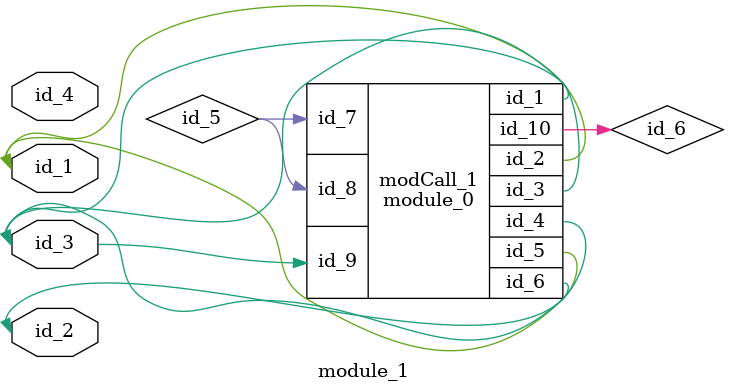
<source format=v>
module module_0 (
    id_1,
    id_2,
    id_3,
    id_4,
    id_5,
    id_6,
    id_7,
    id_8,
    id_9,
    id_10
);
  inout wire id_10;
  input wire id_9;
  input wire id_8;
  input wire id_7;
  inout wire id_6;
  output wire id_5;
  output wire id_4;
  inout wire id_3;
  inout wire id_2;
  output wire id_1;
endmodule
module module_1 (
    id_1,
    id_2,
    id_3,
    id_4
);
  input wire id_4;
  inout wire id_3;
  inout wire id_2;
  inout wire id_1;
  wire id_5, id_6;
  module_0 modCall_1 (
      id_3,
      id_1,
      id_3,
      id_2,
      id_1,
      id_3,
      id_5,
      id_5,
      id_3,
      id_6
  );
endmodule

</source>
